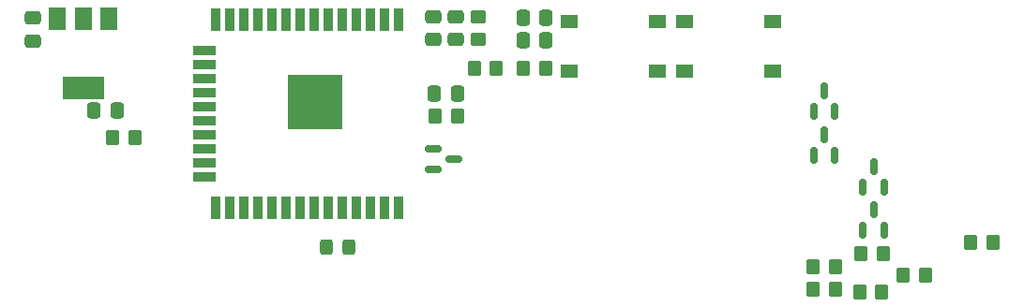
<source format=gtp>
G04 #@! TF.GenerationSoftware,KiCad,Pcbnew,(6.0.1)*
G04 #@! TF.CreationDate,2022-03-20T15:01:39+01:00*
G04 #@! TF.ProjectId,ControlPanelESP,436f6e74-726f-46c5-9061-6e656c455350,rev?*
G04 #@! TF.SameCoordinates,Original*
G04 #@! TF.FileFunction,Paste,Top*
G04 #@! TF.FilePolarity,Positive*
%FSLAX46Y46*%
G04 Gerber Fmt 4.6, Leading zero omitted, Abs format (unit mm)*
G04 Created by KiCad (PCBNEW (6.0.1)) date 2022-03-20 15:01:39*
%MOMM*%
%LPD*%
G01*
G04 APERTURE LIST*
G04 Aperture macros list*
%AMRoundRect*
0 Rectangle with rounded corners*
0 $1 Rounding radius*
0 $2 $3 $4 $5 $6 $7 $8 $9 X,Y pos of 4 corners*
0 Add a 4 corners polygon primitive as box body*
4,1,4,$2,$3,$4,$5,$6,$7,$8,$9,$2,$3,0*
0 Add four circle primitives for the rounded corners*
1,1,$1+$1,$2,$3*
1,1,$1+$1,$4,$5*
1,1,$1+$1,$6,$7*
1,1,$1+$1,$8,$9*
0 Add four rect primitives between the rounded corners*
20,1,$1+$1,$2,$3,$4,$5,0*
20,1,$1+$1,$4,$5,$6,$7,0*
20,1,$1+$1,$6,$7,$8,$9,0*
20,1,$1+$1,$8,$9,$2,$3,0*%
G04 Aperture macros list end*
%ADD10RoundRect,0.150000X0.150000X-0.587500X0.150000X0.587500X-0.150000X0.587500X-0.150000X-0.587500X0*%
%ADD11RoundRect,0.250000X-0.337500X-0.475000X0.337500X-0.475000X0.337500X0.475000X-0.337500X0.475000X0*%
%ADD12RoundRect,0.250000X-0.350000X-0.450000X0.350000X-0.450000X0.350000X0.450000X-0.350000X0.450000X0*%
%ADD13RoundRect,0.250000X0.450000X-0.350000X0.450000X0.350000X-0.450000X0.350000X-0.450000X-0.350000X0*%
%ADD14R,1.550000X1.300000*%
%ADD15RoundRect,0.250000X-0.475000X0.337500X-0.475000X-0.337500X0.475000X-0.337500X0.475000X0.337500X0*%
%ADD16RoundRect,0.150000X-0.587500X-0.150000X0.587500X-0.150000X0.587500X0.150000X-0.587500X0.150000X0*%
%ADD17RoundRect,0.250000X0.325000X0.450000X-0.325000X0.450000X-0.325000X-0.450000X0.325000X-0.450000X0*%
%ADD18R,0.900000X2.000000*%
%ADD19R,2.000000X0.900000*%
%ADD20R,5.000000X5.000000*%
%ADD21RoundRect,0.250000X0.337500X0.475000X-0.337500X0.475000X-0.337500X-0.475000X0.337500X-0.475000X0*%
%ADD22R,1.500000X2.000000*%
%ADD23R,3.800000X2.000000*%
%ADD24RoundRect,0.250000X0.350000X0.450000X-0.350000X0.450000X-0.350000X-0.450000X0.350000X-0.450000X0*%
G04 APERTURE END LIST*
D10*
X111064000Y-88440500D03*
X112964000Y-88440500D03*
X112014000Y-86565500D03*
X115509000Y-99235500D03*
X117409000Y-99235500D03*
X116459000Y-97360500D03*
D11*
X84793000Y-80010000D03*
X86868000Y-80010000D03*
D12*
X76867000Y-88900000D03*
X78867000Y-88900000D03*
D10*
X115509000Y-95298500D03*
X117409000Y-95298500D03*
X116459000Y-93423500D03*
D13*
X80772000Y-81883000D03*
X80772000Y-79883000D03*
D12*
X115189000Y-104775000D03*
X117189000Y-104775000D03*
X119142000Y-103251000D03*
X121142000Y-103251000D03*
D14*
X107353000Y-80300000D03*
X99403000Y-80300000D03*
X99403000Y-84800000D03*
X107353000Y-84800000D03*
D12*
X84852000Y-84582000D03*
X86852000Y-84582000D03*
D14*
X96939000Y-80300000D03*
X88989000Y-80300000D03*
X96939000Y-84800000D03*
X88989000Y-84800000D03*
D15*
X78740000Y-79861500D03*
X78740000Y-81936500D03*
D16*
X76708000Y-91826000D03*
X76708000Y-93726000D03*
X78583000Y-92776000D03*
D15*
X40513000Y-80010000D03*
X40513000Y-82085000D03*
D17*
X69088000Y-100711000D03*
X67038000Y-100711000D03*
D12*
X111014000Y-104521000D03*
X113014000Y-104521000D03*
D18*
X73540000Y-80130000D03*
X72270000Y-80130000D03*
X71000000Y-80130000D03*
X69730000Y-80130000D03*
X68460000Y-80130000D03*
X67190000Y-80130000D03*
X65920000Y-80130000D03*
X64650000Y-80130000D03*
X63380000Y-80130000D03*
X62110000Y-80130000D03*
X60840000Y-80130000D03*
X59570000Y-80130000D03*
X58300000Y-80130000D03*
X57030000Y-80130000D03*
D19*
X56030000Y-82915000D03*
X56030000Y-84185000D03*
X56030000Y-85455000D03*
X56030000Y-86725000D03*
X56030000Y-87995000D03*
X56030000Y-89265000D03*
X56030000Y-90535000D03*
X56030000Y-91805000D03*
X56030000Y-93075000D03*
X56030000Y-94345000D03*
D18*
X57030000Y-97130000D03*
X58300000Y-97130000D03*
X59570000Y-97130000D03*
X60840000Y-97130000D03*
X62110000Y-97130000D03*
X63380000Y-97130000D03*
X64650000Y-97130000D03*
X65920000Y-97130000D03*
X67190000Y-97130000D03*
X68460000Y-97130000D03*
X69730000Y-97130000D03*
X71000000Y-97130000D03*
X72270000Y-97130000D03*
X73540000Y-97130000D03*
D20*
X66040000Y-87630000D03*
D12*
X125222000Y-100330000D03*
X127222000Y-100330000D03*
D21*
X78867000Y-86868000D03*
X76792000Y-86868000D03*
D12*
X111014000Y-102489000D03*
X113014000Y-102489000D03*
D10*
X111064000Y-92426000D03*
X112964000Y-92426000D03*
X112014000Y-90551000D03*
D15*
X76708000Y-79861500D03*
X76708000Y-81936500D03*
D21*
X48133000Y-88392000D03*
X46058000Y-88392000D03*
D11*
X84814500Y-82042000D03*
X86889500Y-82042000D03*
D12*
X115332000Y-101346000D03*
X117332000Y-101346000D03*
D22*
X47385000Y-80035000D03*
X45085000Y-80035000D03*
D23*
X45085000Y-86335000D03*
D22*
X42785000Y-80035000D03*
D24*
X49784000Y-90805000D03*
X47784000Y-90805000D03*
X82391000Y-84582000D03*
X80391000Y-84582000D03*
M02*

</source>
